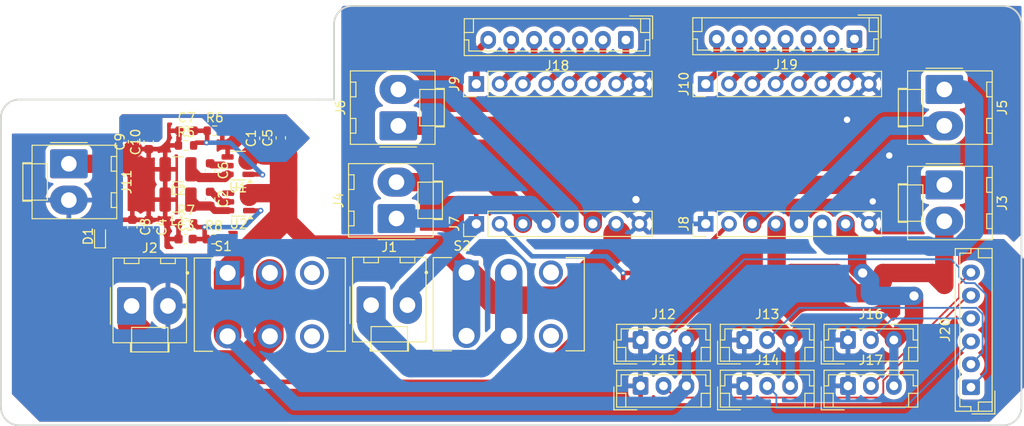
<source format=kicad_pcb>
(kicad_pcb (version 20241229) (generator "pcbnew") (generator_version "9.0")
  (layers (0 "F.Cu" signal) (2 "B.Cu" signal) (13 "F.Paste" user) (15 "B.Paste" user) (5 "F.SilkS" user "F.Silkscreen") (7 "B.SilkS" user "B.Silkscreen") (1 "F.Mask" user) (3 "B.Mask" user) (25 "Edge.Cuts" user))
  (net 0 "")
  (net 1 "+6.6V")
  (net 2 "GND")
  (net 3 "Net-(U2-SW)")
  (net 4 "Net-(U2-BST)")
  (net 5 "+5.3V")
  (net 6 "Net-(U2-FB)")
  (net 7 "Net-(U1-SW)")
  (net 8 "Net-(U1-BST)")
  (net 9 "Net-(U1-FB)")
  (net 10 "MGND")
  (net 11 "Net-(J1-Pin_1)")
  (net 12 "Net-(J2-Pin_1)")
  (net 13 "/AO1")
  (net 14 "/AO2")
  (net 15 "/AO1_1")
  (net 16 "/AO2_1")
  (net 17 "/BO2")
  (net 18 "/BO1")
  (net 19 "/BO2_1")
  (net 20 "/BO1_1")
  (net 21 "/AIN1_1")
  (net 22 "/AIN2_1")
  (net 23 "/PWMB_1")
  (net 24 "/BIN1_1")
  (net 25 "/STBY_1")
  (net 26 "/PWMA_1")
  (net 27 "/BIN2_1")
  (net 28 "/AIN1")
  (net 29 "/AIN2")
  (net 30 "/PWMA")
  (net 31 "/BIN1")
  (net 32 "/BIN2")
  (net 33 "/PWMB")
  (net 34 "/STBY")
  (net 35 "/KRS1")
  (net 36 "/KRS2")
  (net 37 "/L1")
  (net 38 "/L3")
  (net 39 "/L2")
  (net 40 "/L4")
  (net 45 "Net-(D1-K)")
  (footprint "Connector_JST:JST_EH_B3B-EH-A_1x03_P2.50mm_Vertical" (layer "F.Cu") (at 207.2 128.9)
    (property "Reference" "J14" (at 2.5 -2.8 0) (layer "F.SilkS"))
    (property "Value" "Conn_01x03")
    (pad "1" thru_hole roundrect (at 0 0) (size 1.7 1.95) (drill 0.95) (layers "*.Cu" "*.Mask") (roundrect_rratio 0.147059) (net 2 "GND"))
    (pad "2" thru_hole oval (at 2.5 0) (size 1.7 1.95) (drill 0.95) (layers "*.Cu" "*.Mask") (net 37 "/L1"))
    (pad "3" thru_hole oval (at 5 0) (size 1.7 1.95) (drill 0.95) (layers "*.Cu" "*.Mask") (net 1 "+6.6V"))
  )
  (footprint "Connector_Molex:Molex_KK-396_A-41791-0002_1x02_P3.96mm_Vertical" (layer "F.Cu") (at 229 96.6 -90)
    (property "Reference" "J5" (at 1.98 -6.31 90) (layer "F.SilkS"))
    (property "Value" "Conn_01x02")
    (pad "1" thru_hole roundrect (at 0 0 270) (size 3.16 4.1) (drill 1.7) (layers "*.Cu" "*.Mask") (roundrect_rratio 0.079114) (net 18 "/BO1"))
    (pad "2" thru_hole oval (at 3.96 0 270) (size 3.16 4.1) (drill 1.7) (layers "*.Cu" "*.Mask") (net 17 "/BO2"))
  )
  (footprint "Capacitor_SMD:C_0603_1608Metric" (layer "F.Cu") (at 142.3 102.325 90)
    (property "Reference" "C10" (at 0 -1.43 90) (layer "F.SilkS"))
    (property "Value" "22uF")
    (pad "1" smd roundrect (at -0.775 0 90) (size 0.9 0.95) (layers "F.Cu" "F.Mask" "F.Paste") (net 5 "+5.3V"))
    (pad "2" smd roundrect (at 0.775 0 90) (size 0.9 0.95) (layers "F.Cu" "F.Mask" "F.Paste") (net 2 "GND"))
  )
  (footprint "Connector_PinHeader_2.54mm:PinHeader_1x08_P2.54mm_Vertical" (layer "F.Cu") (at 203 96 90)
    (property "Reference" "J10" (at 0 -2.38 90) (layer "F.SilkS"))
    (property "Value" "Conn_01x08_Socket")
    (pad "1" thru_hole rect (at 0 0 90) (size 1.7 1.7) (drill 1) (layers "*.Cu" "*.Mask") (net 30 "/PWMA"))
    (pad "2" thru_hole circle (at 0 2.54 90) (size 1.7 1.7) (drill 1) (layers "*.Cu" "*.Mask") (net 29 "/AIN2"))
    (pad "3" thru_hole circle (at 0 5.08 90) (size 1.7 1.7) (drill 1) (layers "*.Cu" "*.Mask") (net 28 "/AIN1"))
    (pad "4" thru_hole circle (at 0 7.62 90) (size 1.7 1.7) (drill 1) (layers "*.Cu" "*.Mask") (net 34 "/STBY"))
    (pad "5" thru_hole circle (at 0 10.16 90) (size 1.7 1.7) (drill 1) (layers "*.Cu" "*.Mask") (net 31 "/BIN1"))
    (pad "6" thru_hole circle (at 0 12.7 90) (size 1.7 1.7) (drill 1) (layers "*.Cu" "*.Mask") (net 32 "/BIN2"))
    (pad "7" thru_hole circle (at 0 15.24 90) (size 1.7 1.7) (drill 1) (layers "*.Cu" "*.Mask") (net 33 "/PWMB"))
    (pad "8" thru_hole circle (at 0 17.78 90) (size 1.7 1.7) (drill 1) (layers "*.Cu" "*.Mask") (net 10 "MGND"))
  )
  (footprint "Capacitor_SMD:C_0603_1608Metric" (layer "F.Cu") (at 154.9 101.925 90)
    (property "Reference" "C1" (at 0 -1.43 90) (layer "F.SilkS"))
    (property "Value" "10uF")
    (pad "1" smd roundrect (at -0.775 0 90) (size 0.9 0.95) (layers "F.Cu" "F.Mask" "F.Paste") (net 1 "+6.6V"))
    (pad "2" smd roundrect (at 0.775 0 90) (size 0.9 0.95) (layers "F.Cu" "F.Mask" "F.Paste") (net 2 "GND"))
  )
  (footprint "Package_TO_SOT_SMD:TSOT-23-6" (layer "F.Cu") (at 152.1 108.85 180)
    (property "Reference" "U2" (at 0 -2.4 0) (layer "F.SilkS"))
    (property "Value" "AP63201WU")
    (pad "1" smd roundrect (at -1.1375 -0.95 180) (size 1.325 0.6) (layers "F.Cu" "F.Mask" "F.Paste") (net 6 "Net-(U2-FB)"))
    (pad "2" smd roundrect (at -1.1375 0 180) (size 1.325 0.6) (layers "F.Cu" "F.Mask" "F.Paste") (net 1 "+6.6V"))
    (pad "3" smd roundrect (at -1.1375 0.95 180) (size 1.325 0.6) (layers "F.Cu" "F.Mask" "F.Paste") (net 1 "+6.6V"))
    (pad "4" smd roundrect (at 1.1375 0.95 180) (size 1.325 0.6) (layers "F.Cu" "F.Mask" "F.Paste") (net 2 "GND"))
    (pad "5" smd roundrect (at 1.1375 0 180) (size 1.325 0.6) (layers "F.Cu" "F.Mask" "F.Paste") (net 3 "Net-(U2-SW)"))
    (pad "6" smd roundrect (at 1.1375 -0.95 180) (size 1.325 0.6) (layers "F.Cu" "F.Mask" "F.Paste") (net 4 "Net-(U2-BST)"))
  )
  (footprint "Connector_JST:JST_EH_B3B-EH-A_1x03_P2.50mm_Vertical" (layer "F.Cu") (at 195.9 123.9)
    (property "Reference" "J12" (at 2.5 -2.8 0) (layer "F.SilkS"))
    (property "Value" "Conn_01x03")
    (pad "1" thru_hole roundrect (at 0 0) (size 1.7 1.95) (drill 0.95) (layers "*.Cu" "*.Mask") (roundrect_rratio 0.147059) (net 2 "GND"))
    (pad "2" thru_hole oval (at 2.5 0) (size 1.7 1.95) (drill 0.95) (layers "*.Cu" "*.Mask") (net 35 "/KRS1"))
    (pad "3" thru_hole oval (at 5 0) (size 1.7 1.95) (drill 0.95) (layers "*.Cu" "*.Mask") (net 1 "+6.6V"))
  )
  (footprint "Capacitor_SMD:C_0603_1608Metric" (layer "F.Cu") (at 142.3 111.6 -90)
    (property "Reference" "C4" (at 0 -1.43 90) (layer "F.SilkS"))
    (property "Value" "22uF")
    (pad "1" smd roundrect (at -0.775 0 270) (size 0.9 0.95) (layers "F.Cu" "F.Mask" "F.Paste") (net 5 "+5.3V"))
    (pad "2" smd roundrect (at 0.775 0 270) (size 0.9 0.95) (layers "F.Cu" "F.Mask" "F.Paste") (net 2 "GND"))
  )
  (footprint "Connector_JST:JST_EH_B6B-EH-A_1x06_P2.50mm_Vertical" (layer "F.Cu") (at 231.9 129.05 90)
    (property "Reference" "J20" (at 6.25 -2.8 90) (layer "F.SilkS"))
    (property "Value" "Conn_01x06")
    (pad "1" thru_hole roundrect (at 0 0 90) (size 1.7 1.95) (drill 0.95) (layers "*.Cu" "*.Mask") (roundrect_rratio 0.147059) (net 35 "/KRS1"))
    (pad "2" thru_hole oval (at 2.5 0 90) (size 1.7 1.95) (drill 0.95) (layers "*.Cu" "*.Mask") (net 36 "/KRS2"))
    (pad "3" thru_hole oval (at 5 0 90) (size 1.7 1.95) (drill 0.95) (layers "*.Cu" "*.Mask") (net 37 "/L1"))
    (pad "4" thru_hole oval (at 7.5 0 90) (size 1.7 1.95) (drill 0.95) (layers "*.Cu" "*.Mask") (net 39 "/L2"))
    (pad "5" thru_hole oval (at 10 0 90) (size 1.7 1.95) (drill 0.95) (layers "*.Cu" "*.Mask") (net 38 "/L3"))
    (pad "6" thru_hole oval (at 12.5 0 90) (size 1.7 1.95) (drill 0.95) (layers "*.Cu" "*.Mask") (net 40 "/L4"))
  )
  (footprint "Resistor_SMD:R_0603_1608Metric" (layer "F.Cu") (at 146.375 102.7)
    (property "Reference" "R5" (at 0 -1.43 0) (layer "F.SilkS"))
    (property "Value" "169k")
    (pad "1" smd roundrect (at -0.825 0) (size 0.8 0.95) (layers "F.Cu" "F.Mask" "F.Paste") (net 5 "+5.3V"))
    (pad "2" smd roundrect (at 0.825 0) (size 0.8 0.95) (layers "F.Cu" "F.Mask" "F.Paste") (net 9 "Net-(U1-FB)"))
  )
  (footprint "Capacitor_SMD:C_0603_1608Metric" (layer "F.Cu") (at 149 105.425 -90)
    (property "Reference" "C6" (at 0 -1.43 90) (layer "F.SilkS"))
    (property "Value" "100nF")
    (pad "1" smd roundrect (at -0.775 0 270) (size 0.9 0.95) (layers "F.Cu" "F.Mask" "F.Paste") (net 7 "Net-(U1-SW)"))
    (pad "2" smd roundrect (at 0.775 0 270) (size 0.9 0.95) (layers "F.Cu" "F.Mask" "F.Paste") (net 8 "Net-(U1-BST)"))
  )
  (footprint "Package_TO_SOT_SMD:TSOT-23-6" (layer "F.Cu") (at 152.0375 104.9 180)
    (property "Reference" "U1" (at 0 -2.4 0) (layer "F.SilkS"))
    (property "Value" "AP63201WU")
    (pad "1" smd roundrect (at -1.1375 -0.95 180) (size 1.325 0.6) (layers "F.Cu" "F.Mask" "F.Paste") (net 9 "Net-(U1-FB)"))
    (pad "2" smd roundrect (at -1.1375 0 180) (size 1.325 0.6) (layers "F.Cu" "F.Mask" "F.Paste") (net 1 "+6.6V"))
    (pad "3" smd roundrect (at -1.1375 0.95 180) (size 1.325 0.6) (layers "F.Cu" "F.Mask" "F.Paste") (net 1 "+6.6V"))
    (pad "4" smd roundrect (at 1.1375 0.95 180) (size 1.325 0.6) (layers "F.Cu" "F.Mask" "F.Paste") (net 2 "GND"))
    (pad "5" smd roundrect (at 1.1375 0 180) (size 1.325 0.6) (layers "F.Cu" "F.Mask" "F.Paste") (net 7 "Net-(U1-SW)"))
    (pad "6" smd roundrect (at 1.1375 -0.95 180) (size 1.325 0.6) (layers "F.Cu" "F.Mask" "F.Paste") (net 8 "Net-(U1-BST)"))
  )
  (footprint "Capacitor_SMD:C_0603_1608Metric" (layer "F.Cu") (at 140.52 111.575 -90)
    (property "Reference" "C8" (at 0 -1.43 90) (layer "F.SilkS"))
    (property "Value" "22uF")
    (pad "1" smd roundrect (at -0.775 0 270) (size 0.9 0.95) (layers "F.Cu" "F.Mask" "F.Paste") (net 5 "+5.3V"))
    (pad "2" smd roundrect (at 0.775 0 270) (size 0.9 0.95) (layers "F.Cu" "F.Mask" "F.Paste") (net 2 "GND"))
  )
  (footprint "Connector_JST:JST_EH_B3B-EH-A_1x03_P2.50mm_Vertical" (layer "F.Cu") (at 195.9 128.9)
    (property "Reference" "J15" (at 2.5 -2.8 0) (layer "F.SilkS"))
    (property "Value" "Conn_01x03")
    (pad "1" thru_hole roundrect (at 0 0) (size 1.7 1.95) (drill 0.95) (layers "*.Cu" "*.Mask") (roundrect_rratio 0.147059) (net 2 "GND"))
    (pad "2" thru_hole oval (at 2.5 0) (size 1.7 1.95) (drill 0.95) (layers "*.Cu" "*.Mask") (net 38 "/L3"))
    (pad "3" thru_hole oval (at 5 0) (size 1.7 1.95) (drill 0.95) (layers "*.Cu" "*.Mask") (net 1 "+6.6V"))
  )
  (footprint "Connector_Molex:Molex_KK-396_A-41791-0002_1x02_P3.96mm_Vertical" (layer "F.Cu") (at 166.54 120.1)
    (property "Reference" "J1" (at 1.98 -6.31 0) (layer "F.SilkS"))
    (property "Value" "Conn_01x02")
    (pad "1" thru_hole roundrect (at 0 0) (size 3.16 4.1) (drill 1.7) (layers "*.Cu" "*.Mask") (roundrect_rratio 0.079114) (net 11 "Net-(J1-Pin_1)"))
    (pad "2" thru_hole oval (at 3.96 0) (size 3.16 4.1) (drill 1.7) (layers "*.Cu" "*.Mask") (net 10 "MGND"))
  )
  (footprint "GF_126_0159:SW_GF-126-0159" (layer "F.Cu") (at 181.5375 120)
    (property "Reference" "S2" (at -5.08 -6.35 0) (layer "F.SilkS"))
    (property "Value" "GF-126-0159")
    (pad "1" thru_hole rect (at -4.6 -3.455) (size 2.625 2.625) (drill 1.75) (layers "*.Cu" "*.Mask") (net 1 "+6.6V"))
    (pad "2" thru_hole circle (at 0 -3.455) (size 2.625 2.625) (drill 1.75) (layers "*.Cu" "*.Mask") (net 11 "Net-(J1-Pin_1)"))
    (pad "3" thru_hole circle (at 4.6 -3.455) (size 2.625 2.625) (drill 1.75) (layers "*.Cu" "*.Mask"))
    (pad "4" thru_hole circle (at -4.6 3.455) (size 2.625 2.625) (drill 1.75) (layers "*.Cu" "*.Mask") (net 1 "+6.6V"))
    (pad "5" thru_hole circle (at 0 3.455) (size 2.625 2.625) (drill 1.75) (layers "*.Cu" "*.Mask") (net 11 "Net-(J1-Pin_1)"))
    (pad "6" thru_hole circle (at 4.6 3.455) (size 2.625 2.625) (drill 1.75) (layers "*.Cu" "*.Mask"))
  )
  (footprint "Capacitor_SMD:C_0603_1608Metric" (layer "F.Cu") (at 146.325 112.9)
    (property "Reference" "C3" (at 0 -1.43 0) (layer "F.SilkS"))
    (property "Value" "100pF")
    (pad "1" smd roundrect (at -0.775 0) (size 0.9 0.95) (layers "F.Cu" "F.Mask" "F.Paste") (net 5 "+5.3V"))
    (pad "2" smd roundrect (at 0.775 0) (size 0.9 0.95) (layers "F.Cu" "F.Mask" "F.Paste") (net 6 "Net-(U2-FB)"))
  )
  (footprint "Connector_PinHeader_2.54mm:PinHeader_1x08_P2.54mm_Vertical" (layer "F.Cu") (at 203 111.24 90)
    (property "Reference" "J8" (at 0 -2.38 90) (layer "F.SilkS"))
    (property "Value" "Conn_01x08_Socket")
    (pad "1" thru_hole rect (at 0 0 90) (size 1.7 1.7) (drill 1) (layers "*.Cu" "*.Mask") (net 10 "MGND"))
    (pad "2" thru_hole circle (at 0 2.54 90) (size 1.7 1.7) (drill 1) (layers "*.Cu" "*.Mask") (net 45 "Net-(D1-K)"))
    (pad "3" thru_hole circle (at 0 5.08 90) (size 1.7 1.7) (drill 1) (layers "*.Cu" "*.Mask") (net 13 "/AO1"))
    (pad "4" thru_hole circle (at 0 7.62 90) (size 1.7 1.7) (drill 1) (layers "*.Cu" "*.Mask") (net 14 "/AO2"))
    (pad "5" thru_hole circle (at 0 10.16 90) (size 1.7 1.7) (drill 1) (layers "*.Cu" "*.Mask") (net 17 "/BO2"))
    (pad "6" thru_hole circle (at 0 12.7 90) (size 1.7 1.7) (drill 1) (layers "*.Cu" "*.Mask") (net 18 "/BO1"))
    (pad "7" thru_hole circle (at 0 15.24 90) (size 1.7 1.7) (drill 1) (layers "*.Cu" "*.Mask") (net 1 "+6.6V"))
    (pad "8" thru_hole circle (at 0 17.78 90) (size 1.7 1.7) (drill 1) (layers "*.Cu" "*.Mask") (net 10 "MGND"))
  )
  (footprint "Resistor_SMD:R_0603_1608Metric" (layer "F.Cu") (at 146.375 111.2)
    (property "Reference" "R7" (at 0 -1.43 0) (layer "F.SilkS"))
    (property "Value" "169k")
    (pad "1" smd roundrect (at -0.825 0) (size 0.8 0.95) (layers "F.Cu" "F.Mask" "F.Paste") (net 5 "+5.3V"))
    (pad "2" smd roundrect (at 0.825 0) (size 0.8 0.95) (layers "F.Cu" "F.Mask" "F.Paste") (net 6 "Net-(U2-FB)"))
  )
  (footprint "Connector_JST:JST_EH_B3B-EH-A_1x03_P2.50mm_Vertical" (layer "F.Cu") (at 218.5 123.9)
    (property "Reference" "J16" (at 2.5 -2.8 0) (layer "F.SilkS"))
    (property "Value" "Conn_01x03")
    (pad "1" thru_hole roundrect (at 0 0) (size 1.7 1.95) (drill 0.95) (layers "*.Cu" "*.Mask") (roundrect_rratio 0.147059) (net 2 "GND"))
    (pad "2" thru_hole oval (at 2.5 0) (size 1.7 1.95) (drill 0.95) (layers "*.Cu" "*.Mask") (net 39 "/L2"))
    (pad "3" thru_hole oval (at 5 0) (size 1.7 1.95) (drill 0.95) (layers "*.Cu" "*.Mask") (net 1 "+6.6V"))
  )
  (footprint "Resistor_SMD:R_0603_1608Metric" (layer "F.Cu") (at 149.4 112.9)
    (property "Reference" "R8" (at 0 -1.43 0) (layer "F.SilkS"))
    (property "Value" "30k")
    (pad "1" smd roundrect (at -0.825 0) (size 0.8 0.95) (layers "F.Cu" "F.Mask" "F.Paste") (net 6 "Net-(U2-FB)"))
    (pad "2" smd roundrect (at 0.825 0) (size 0.8 0.95) (layers "F.Cu" "F.Mask" "F.Paste") (net 2 "GND"))
  )
  (footprint "Capacitor_SMD:C_0603_1608Metric" (layer "F.Cu") (at 156.7 101.875 90)
    (property "Reference" "C5" (at 0 -1.43 90) (layer "F.SilkS"))
    (property "Value" "10uF")
    (pad "1" smd roundrect (at -0.775 0 90) (size 0.9 0.95) (layers "F.Cu" "F.Mask" "F.Paste") (net 1 "+6.6V"))
    (pad "2" smd roundrect (at 0.775 0 90) (size 0.9 0.95) (layers "F.Cu" "F.Mask" "F.Paste") (net 2 "GND"))
  )
  (footprint "Connector_Molex:Molex_KK-396_A-41791-0002_1x02_P3.96mm_Vertical" (layer "F.Cu") (at 169.5 100.56 90)
    (property "Reference" "J6" (at 1.98 -6.31 90) (layer "F.SilkS"))
    (property "Value" "Conn_01x02")
    (pad "1" thru_hole roundrect (at 0 0 90) (size 3.16 4.1) (drill 1.7) (layers "*.Cu" "*.Mask") (roundrect_rratio 0.079114) (net 20 "/BO1_1"))
    (pad "2" thru_hole oval (at 3.96 0 90) (size 3.16 4.1) (drill 1.7) (layers "*.Cu" "*.Mask") (net 19 "/BO2_1"))
  )
  (footprint "Inductor_SMD:L_1210_3225Metric" (layer "F.Cu") (at 145.5 105.3 180)
    (property "Reference" "L2" (at 0 -2.28 0) (layer "F.SilkS"))
    (property "Value" "10uH")
    (pad "1" smd roundrect (at -1.4 0 180) (size 1.25 2.65) (layers "F.Cu" "F.Mask" "F.Paste") (roundrect_rratio 0.2) (net 8 "Net-(U1-BST)"))
    (pad "2" smd roundrect (at 1.4 0 180) (size 1.25 2.65) (layers "F.Cu" "F.Mask" "F.Paste") (roundrect_rratio 0.2) (net 5 "+5.3V"))
  )
  (footprint "Connector_JST:JST_EH_B3B-EH-A_1x03_P2.50mm_Vertical" (layer "F.Cu") (at 218.5 128.9)
    (property "Reference" "J17" (at 2.5 -2.8 0) (layer "F.SilkS"))
    (property "Value" "Conn_01x03")
    (pad "1" thru_hole roundrect (at 0 0) (size 1.7 1.95) (drill 0.95) (layers "*.Cu" "*.Mask") (roundrect_rratio 0.147059) (net 2 "GND"))
    (pad "2" thru_hole oval (at 2.5 0) (size 1.7 1.95) (drill 0.95) (layers "*.Cu" "*.Mask") (net 40 "/L4"))
    (pad "3" thru_hole oval (at 5 0) (size 1.7 1.95) (drill 0.95) (layers "*.Cu" "*.Mask") (net 1 "+6.6V"))
  )
  (footprint "Resistor_SMD:R_0603_1608Metric" (layer "F.Cu") (at 149.5 101.1)
    (property "Reference" "R6" (at 0 -1.43 0) (layer "F.SilkS"))
    (property "Value" "30k")
    (pad "1" smd roundrect (at -0.825 0) (size 0.8 0.95) (layers "F.Cu" "F.Mask" "F.Paste") (net 9 "Net-(U1-FB)"))
    (pad "2" smd roundrect (at 0.825 0) (size 0.8 0.95) (layers "F.Cu" "F.Mask" "F.Paste") (net 2 "GND"))
  )
  (footprint "Inductor_SMD:L_1210_3225Metric" (layer "F.Cu") (at 145.5 108.6 180)
    (property "Reference" "L1" (at 0 -2.28 0) (layer "F.SilkS"))
    (property "Value" "10uH")
    (pad "1" smd roundrect (at -1.4 0 180) (size 1.25 2.65) (layers "F.Cu" "F.Mask" "F.Paste") (roundrect_rratio 0.2) (net 4 "Net-(U2-BST)"))
    (pad "2" smd roundrect (at 1.4 0 180) (size 1.25 2.65) (layers "F.Cu" "F.Mask" "F.Paste") (roundrect_rratio 0.2) (net 5 "+5.3V"))
  )
  (footprint "Connector_Molex:Molex_KK-396_A-41791-0002_1x02_P3.96mm_Vertical" (layer "F.Cu") (at 133.6 104.7 -90)
    (property "Reference" "J11" (at 1.98 -6.31 90) (layer "F.SilkS"))
    (property "Value" "Conn_01x02")
    (pad "1" thru_hole roundrect (at 0 0 270) (size 3.16 4.1) (drill 1.7) (layers "*.Cu" "*.Mask") (roundrect_rratio 0.079114) (net 5 "+5.3V"))
    (pad "2" thru_hole oval (at 3.96 0 270) (size 3.16 4.1) (drill 1.7) (layers "*.Cu" "*.Mask") (net 2 "GND"))
  )
  (footprint "Diode_SMD:D_SOD-523" (layer "F.Cu") (at 137 112.6 90)
    (property "Reference" "D1" (at 0 -1.3 90) (layer "F.SilkS"))
    (property "Value" "1N4148WT")
    (pad "1" smd roundrect (at -0.7 0 270) (size 0.6 0.7) (layers "F.Cu" "F.Mask" "F.Paste") (net 45 "Net-(D1-K)"))
    (pad "2" smd roundrect (at 0.7 0 270) (size 0.6 0.7) (layers "F.Cu" "F.Mask" "F.Paste") (net 5 "+5.3V"))
  )
  (footprint "Capacitor_SMD:C_0603_1608Metric" (layer "F.Cu") (at 146.425 101.1)
    (property "Reference" "C7" (at 0 -1.43 0) (layer "F.SilkS"))
    (property "Value" "100pF")
    (pad "1" smd roundrect (at -0.775 0) (size 0.9 0.95) (layers "F.Cu" "F.Mask" "F.Paste") (net 5 "+5.3V"))
    (pad "2" smd roundrect (at 0.775 0) (size 0.9 0.95) (layers "F.Cu" "F.Mask" "F.Paste") (net 9 "Net-(U1-FB)"))
  )
  (footprint "Connector_PinHeader_2.54mm:PinHeader_1x08_P2.54mm_Vertical" (layer "F.Cu") (at 178 96 90)
    (property "Reference" "J9" (at 0 -2.38 90) (layer "F.SilkS"))
    (property "Value" "Conn_01x08_Socket")
    (pad "1" thru_hole rect (at 0 0 90) (size 1.7 1.7) (drill 1) (layers "*.Cu" "*.Mask") (net 26 "/PWMA_1"))
    (pad "2" thru_hole circle (at 0 2.54 90) (size 1.7 1.7) (drill 1) (layers "*.Cu" "*.Mask") (net 22 "/AIN2_1"))
    (pad "3" thru_hole circle (at 0 5.08 90) (size 1.7 1.7) (drill 1) (layers "*.Cu" "*.Mask") (net 21 "/AIN1_1"))
    (pad "4" thru_hole circle (at 0 7.62 90) (size 1.7 1.7) (drill 1) (layers "*.Cu" "*.Mask") (net 25 "/STBY_1"))
    (pad "5" thru_hole circle (at 0 10.16 90) (size 1.7 1.7) (drill 1) (layers "*.Cu" "*.Mask") (net 24 "/BIN1_1"))
    (pad "6" thru_hole circle (at 0 12.7 90) (size 1.7 1.7) (drill 1) (layers "*.Cu" "*.Mask") (net 27 "/BIN2_1"))
    (pad "7" thru_hole circle (at 0 15.24 90) (size 1.7 1.7) (drill 1) (layers "*.Cu" "*.Mask") (net 23 "/PWMB_1"))
    (pad "8" thru_hole circle (at 0 17.78 90) (size 1.7 1.7) (drill 1) (layers "*.Cu" "*.Mask") (net 10 "MGND"))
  )
  (footprint "GF_126_0159:SW_GF-126-0159" (layer "F.Cu") (at 155.5 120.045)
    (property "Reference" "S1" (at -5.08 -6.35 0) (layer "F.SilkS"))
    (property "Value" "GF-126-0159")
    (pad "1" thru_hole rect (at -4.6 -3.455) (size 2.625 2.625) (drill 1.75) (layers "*.Cu" "*.Mask") (net 1 "+6.6V"))
    (pad "2" thru_hole circle (at 0 -3.455) (size 2.625 2.625) (drill 1.75) (layers "*.Cu" "*.Mask") (net 12 "Net-(J2-Pin_1)"))
    (pad "3" thru_hole circle (at 4.6 -3.455) (size 2.625 2.625) (drill 1.75) (layers "*.Cu" "*.Mask"))
    (pad "4" thru_hole circle (at -4.6 3.455) (size 2.625 2.625) (drill 1.75) (layers "*.Cu" "*.Mask") (net 1 "+6.6V"))
    (pad "5" thru_hole circle (at 0 3.455) (size 2.625 2.625) (drill 1.75) (layers "*.Cu" "*.Mask") (net 12 "Net-(J2-Pin_1)"))
    (pad "6" thru_hole circle (at 4.6 3.455) (size 2.625 2.625) (drill 1.75) (layers "*.Cu" "*.Mask"))
  )
  (footprint "Connector_PinHeader_2.54mm:PinHeader_1x08_P2.54mm_Vertical" (layer "F.Cu") (at 178 111.24 90)
    (property "Reference" "J7" (at 0 -2.38 90) (layer "F.SilkS"))
    (property "Value" "Conn_01x08_Socket")
    (pad "1" thru_hole rect (at 0 0 90) (size 1.7 1.7) (drill 1) (layers "*.Cu" "*.Mask") (net 10 "MGND"))
    (pad "2" thru_hole circle (at 0 2.54 90) (size 1.7 1.7) (drill 1) (layers "*.Cu" "*.Mask") (net 45 "Net-(D1-K)"))
    (pad "3" thru_hole circle (at 0 5.08 90) (size 1.7 1.7) (drill 1) (layers "*.Cu" "*.Mask") (net 15 "/AO1_1"))
    (pad "4" thru_hole circle (at 0 7.62 90) (size 1.7 1.7) (drill 1) (layers "*.Cu" "*.Mask") (net 16 "/AO2_1"))
    (pad "5" thru_hole circle (at 0 10.16 90) (size 1.7 1.7) (drill 1) (layers "*.Cu" "*.Mask") (net 19 "/BO2_1"))
    (pad "6" thru_hole circle (at 0 12.7 90) (size 1.7 1.7) (drill 1) (layers "*.Cu" "*.Mask") (net 20 "/BO1_1"))
    (pad "7" thru_hole circle (at 0 15.24 90) (size 1.7 1.7) (drill 1) (layers "*.Cu" "*.Mask") (net 1 "+6.6V"))
    (pad "8" thru_hole circle (at 0 17.78 90) (size 1.7 1.7) (drill 1) (layers "*.Cu" "*.Mask") (net 10 "MGND"))
  )
  (footprint "Connector_JST:JST_EH_B3B-EH-A_1x03_P2.50mm_Vertical" (layer "F.Cu") (at 207.2 123.9)
    (property "Reference" "J13" (at 2.5 -2.8 0) (layer "F.SilkS"))
    (property "Value" "Conn_01x03")
    (pad "1" thru_hole roundrect (at 0 0) (size 1.7 1.95) (drill 0.95) (layers "*.Cu" "*.Mask") (roundrect_rratio 0.147059) (net 2 "GND"))
    (pad "2" thru_hole oval (at 2.5 0) (size 1.7 1.95) (drill 0.95) (layers "*.Cu" "*.Mask") (net 36 "/KRS2"))
    (pad "3" thru_hole oval (at 5 0) (size 1.7 1.95) (drill 0.95) (layers "*.Cu" "*.Mask") (net 1 "+6.6V"))
  )
  (footprint "Connector_JST:JST_EH_B7B-EH-A_1x07_P2.50mm_Vertical" (layer "F.Cu") (at 194.3 91.2 180)
    (property "Reference" "J18" (at 7.5 -2.8 0) (layer "F.SilkS"))
    (property "Value" "Conn_01x07")
    (pad "1" thru_hole roundrect (at 0 0 180) (size 1.7 1.95) (drill 0.95) (layers "*.Cu" "*.Mask") (roundrect_rratio 0.147059) (net 23 "/PWMB_1"))
    (pad "2" thru_hole oval (at 2.5 0 180) (size 1.7 1.95) (drill 0.95) (layers "*.Cu" "*.Mask") (net 27 "/BIN2_1"))
    (pad "3" thru_hole oval (at 5 0 180) (size 1.7 1.95) (drill 0.95) (layers "*.Cu" "*.Mask") (net 24 "/BIN1_1"))
    (pad "4" thru_hole oval (at 7.5 0 180) (size 1.7 1.95) (drill 0.95) (layers "*.Cu" "*.Mask") (net 25 "/STBY_1"))
    (pad "5" thru_hole oval (at 10 0 180) (size 1.7 1.95) (drill 0.95) (layers "*.Cu" "*.Mask") (net 21 "/AIN1_1"))
    (pad "6" thru_hole oval (at 12.5 0 180) (size 1.7 1.95) (drill 0.95) (layers "*.Cu" "*.Mask") (net 22 "/AIN2_1"))
    (pad "7" thru_hole oval (at 15 0 180) (size 1.7 1.95) (drill 0.95) (layers "*.Cu" "*.Mask") (net 26 "/PWMA_1"))
  )
  (footprint "Capacitor_SMD:C_0603_1608Metric" (layer "F.Cu") (at 140.6 102.3 90)
    (property "Reference" "C9" (at 0 -1.43 90) (layer "F.SilkS"))
    (property "Value" "22uF")
    (pad "1" smd roundrect (at -0.775 0 90) (size 0.9 0.95) (layers "F.Cu" "F.Mask" "F.Paste") (net 5 "+5.3V"))
    (pad "2" smd roundrect (at 0.775 0 90) (size 0.9 0.95) (layers "F.Cu" "F.Mask" "F.Paste") (net 2 "GND"))
  )
  (footprint "Connector_Molex:Molex_KK-396_A-41791-0002_1x02_P3.96mm_Vertical" (layer "F.Cu") (at 229 107 -90)
    (property "Reference" "J3" (at 1.98 -6.31 90) (layer "F.SilkS"))
    (property "Value" "Conn_01x02")
    (pad "1" thru_hole roundrect (at 0 0 270) (size 3.16 4.1) (drill 1.7) (layers "*.Cu" "*.Mask") (roundrect_rratio 0.079114) (net 13 "/AO1"))
    (pad "2" thru_hole oval (at 3.96 0 270) (size 3.16 4.1) (drill 1.7) (layers "*.Cu" "*.Mask") (net 14 "/AO2"))
  )
  (footprint "Connector_JST:JST_EH_B7B-EH-A_1x07_P2.50mm_Vertical" (layer "F.Cu") (at 219.2 91.1 180)
    (property "Reference" "J19" (at 7.5 -2.8 0) (layer "F.SilkS"))
    (property "Value" "Conn_01x07")
    (pad "1" thru_hole roundrect (at 0 0 180) (size 1.7 1.95) (drill 0.95) (layers "*.Cu" "*.Mask") (roundrect_rratio 0.147059) (net 33 "/PWMB"))
    (pad "2" thru_hole oval (at 2.5 0 180) (size 1.7 1.95) (drill 0.95) (layers "*.Cu" "*.Mask") (net 32 "/BIN2"))
    (pad "3" thru_hole oval (at 5 0 180) (size 1.7 1.95) (drill 0.95) (layers "*.Cu" "*.Mask") (net 31 "/BIN1"))
    (pad "4" thru_hole oval (at 7.5 0 180) (size 1.7 1.95) (drill 0.95) (layers "*.Cu" "*.Mask") (net 34 "/STBY"))
    (pad "5" thru_hole oval (at 10 0 180) (size 1.7 1.95) (drill 0.95) (layers "*.Cu" "*.Mask") (net 28 "/AIN1"))
    (pad "6" thru_hole oval (at 12.5 0 180) (size 1.7 1.95) (drill 0.95) (layers "*.Cu" "*.Mask") (net 29 "/AIN2"))
    (pad "7" thru_hole oval (at 15 0 180) (size 1.7 1.95) (drill 0.95) (layers "*.Cu" "*.Mask") (net 30 "/PWMA"))
  )
  (footprint "Capacitor_SMD:C_0603_1608Metric" (layer "F.Cu") (at 149 108.525 -90)
    (property "Reference" "C2" (at 0 -1.43 90) (layer "F.SilkS"))
    (property "Value" "100nF")
    (pad "1" smd roundrect (at -0.775 0 270) (size 0.9 0.95) (layers "F.Cu" "F.Mask" "F.Paste") (net 3 "Net-(U2-SW)"))
    (pad "2" smd roundrect (at 0.775 0 270) (size 0.9 0.95) (layers "F.Cu" "F.Mask" "F.Paste") (net 4 "Net-(U2-BST)"))
  )
  (footprint "Connector_Molex:Molex_KK-396_A-41791-0002_1x02_P3.96mm_Vertical" (layer "F.Cu") (at 140.44 120.19)
    (property "Reference" "J2" (at 1.98 -6.31 0) (layer "F.SilkS"))
    (property "Value" "Conn_01x02")
    (pad "1" thru_hole roundrect (at 0 0) (size 3.16 4.1) (drill 1.7) (layers "*.Cu" "*.Mask") (roundrect_rratio 0.079114) (net 12 "Net-(J2-Pin_1)"))
    (pad "2" thru_hole oval (at 3.96 0) (size 3.16 4.1) (drill 1.7) (layers "*.Cu" "*.Mask") (net 2 "GND"))
  )
  (footprint "Connector_Molex:Molex_KK-396_A-41791-0002_1x02_P3.96mm_Vertical" (layer "F.Cu") (at 169.3 110.66 90)
    (property "Reference" "J4" (at 1.98 -6.31 90) (layer "F.SilkS"))
    (property "Value" "Conn_01x02")
    (pad "1" thru_hole roundrect (at 0 0 90) (size 3.16 4.1) (drill 1.7) (layers "*.Cu" "*.Mask") (roundrect_rratio 0.079114) (net 16 "/AO2_1"))
    (pad "2" thru_hole oval (at 3.96 0 90) (size 3.16 4.1) (drill 1.7) (layers "*.Cu" "*.Mask") (net 15 "/AO1_1"))
  )
  (gr_arc (start 126.2 99.7) (mid 126.785786 98.285786) (end 128.2 97.7) (stroke (width 0.2)) (layer "Edge.Cuts"))
  (gr_arc (start 162.5 89.5) (mid 163.085786 88.085786) (end 164.5 87.5) (stroke (width 0.2)) (layer "Edge.Cuts"))
  (gr_arc (start 235.4 87.5) (mid 236.814214 88.085786) (end 237.4 89.5) (stroke (width 0.2)) (layer "Edge.Cuts"))
  (gr_line (start 164.5 133.2) (end 160.5 133.2) (stroke (width 0.2)) (layer "Edge.Cuts"))
  (gr_arc (start 237.4 131.2) (mid 236.814214 132.614214) (end 235.4 133.2) (stroke (width 0.2)) (layer "Edge.Cuts"))
  (gr_line (start 162.5 89.5) (end 162.5 97.7) (stroke (width 0.2)) (layer "Edge.Cuts"))
  (gr_line (start 237.4 89.5) (end 237.4 131.2) (stroke (width 0.2)) (layer "Edge.Cuts"))
  (gr_line (start 160.5 133.2) (end 128.2 133.2) (stroke (width 0.2)) (layer "Edge.Cuts"))
  (gr_line (start 128.2 97.7) (end 160.5 97.7) (stroke (width 0.2)) (layer "Edge.Cuts"))
  (gr_line (start 160.3 97.7) (end 162.5 97.7) (stroke (width 0.2)) (layer "Edge.Cuts"))
  (gr_line (start 164.5 87.5) (end 235.4 87.5) (stroke (width 0.2)) (layer "Edge.Cuts"))
  (gr_line (start 235.4 133.2) (end 164.5 133.2) (stroke (width 0.2)) (layer "Edge.Cuts"))
  (gr_line (start 126.2 131.2) (end 126.2 99.7) (stroke (width 0.2)) (layer "Edge.Cuts"))
  (gr_arc (start 128.2 133.2) (mid 126.785786 132.614214) (end 126.2 131.2) (stroke (width 0.2)) (layer "Edge.Cuts"))
  (segment (start 153.175 104.249999) (end 153.075999 104.349) (width 2) (layer "F.Cu") (net 1))
  (segment (start 156.8 107.9) (end 153.6365 107.9) (width 2) (layer "F.Cu") (net 1))
  (segment (start 157 107.7) (end 157 103.8) (width 3) (layer "F.Cu") (net 1))
  (segment (start 176.9375 116.545) (end 179.951 119.5585) (width 3) (layer "F.Cu") (net 1))
  (segment (start 157 110.49) (end 157 107.7) (width 3) (layer "F.Cu") (net 1))
  (segment (start 193.346066 113.598167) (end 193.346066 112.413725) (width 3) (layer "F.Cu") (net 1))
  (segment (start 221.745999 121.974) (end 223.5 123.728001) (width 1.5) (layer "F.Cu") (net 1))
  (segment (start 223.5 123.728001) (end 223.5 123.9) (width 1.5) (layer "F.Cu") (net 1))
  (segment (start 153.175 103.95) (end 153.175 104.249999) (width 2) (layer "F.Cu") (net 1))
  (segment (start 156.501 103.301) (end 154.9 103.301) (width 3) (layer "F.Cu") (net 1))
  (segment (start 225.7 121.7) (end 223.5 123.9) (width 2) (layer "F.Cu") (net 1))
  (segment (start 153.075999 104.349) (end 153.175 104.349) (width 2) (layer "F.Cu") (net 1))
  (segment (start 150.9 116.59) (end 157 110.49) (width 3) (layer "F.Cu") (net 1))
  (segment (start 202.826 121.974) (end 210.445999 121.974) (width 1.5) (layer "F.Cu") (net 1))
  (segment (start 179.951 119.5585) (end 187.385733 119.5585) (width 3) (layer "F.Cu") (net 1))
  (segment (start 212.2 123.728001) (end 212.2 123.9) (width 1.5) (layer "F.Cu") (net 1))
  (segment (start 219.5 113.8) (end 219.5 116) (width 2) (layer "F.Cu") (net 1))
  (segment (start 214.126 121.974) (end 221.745999 121.974) (width 1.5) (layer "F.Cu") (net 1))
  (segment (start 157 107.7) (end 156.8 107.9) (width 2) (layer "F.Cu") (net 1))
  (segment (start 219.5 116) (end 220.1 116.6) (width 2) (layer "F.Cu") (net 1))
  (segment (start 187.385733 119.5585) (end 193.346066 113.598167) (width 3) (layer "F.Cu") (net 1))
  (segment (start 225.7 119.098) (end 225.7 121.7) (width 2) (layer "F.Cu") (net 1))
  (segment (start 157 110.49) (end 160.01 113.5) (width 2) (layer "F.Cu") (net 1))
  (segment (start 218.24 111.24) (end 218.24 112.54) (width 2) (layer "F.Cu") (net 1))
  (segment (start 210.445999 121.974) (end 212.2 123.728001) (width 1.5) (layer "F.Cu") (net 1))
  (segment (start 218.24 112.54) (end 219.5 113.8) (width 2) (layer "F.Cu") (net 1))
  (segment (start 173.8925 113.5) (end 176.9375 116.545) (width 2) (layer "F.Cu") (net 1))
  (segment (start 150.9 116.59) (end 150.9 123.3125) (width 3) (layer "F.Cu") (net 1))
  (segment (start 153.2375 108.299) (end 153.2375 107.9) (width 2) (layer "F.Cu") (net 1))
  (segment (start 212.2 123.9) (end 214.126 121.974) (width 1.5) (layer "F.Cu") (net 1))
  (segment (start 154.9 103.301) (end 153.824 103.301) (width 2) (layer "F.Cu") (net 1))
  (segment (start 200.9 123.9) (end 202.826 121.974) (width 1.5) (layer "F.Cu") (net 1))
  (segment (start 153.824 103.301) (end 153.175 103.95) (width 2) (layer "F.Cu") (net 1))
  (segment (start 157 103.8) (end 156.501 103.301) (width 3) (layer "F.Cu") (net 1))
  (segment (start 153.6365 107.9) (end 153.2375 108.299) (width 2) (layer "F.Cu") (net 1))
  (segment (start 160.01 113.5) (end 173.8925 113.5) (width 2) (layer "F.Cu") (net 1))
  (via (at 220.1 116.6) (size 1.3) (drill 1) (layers "F.Cu" "B.Cu") (net 1))
  (via (at 225.7 119.098) (size 1.3) (drill 1) (layers "F.Cu" "B.Cu") (net 1))
  (segment (start 212.2 123.9) (end 212.2 128.9) (width 1) (layer "B.Cu") (net 1))
  (segment (start 150.9 123.5) (end 158.226 130.826) (width 1.5) (layer "B.Cu") (net 1))
  (segment (start 176.9375 116.545) (end 176.9375 123.2675) (width 3) (layer "B.Cu") (net 1))
  (segment (start 223.5 123.9) (end 223.5 128.9) (width 1) (layer "B.Cu") (net 1))
  (segment (start 221.096 119.098) (end 221.4 119.098) (width 2) (layer "B.Cu") (net 1))
  (segment (start 220.898 118.9) (end 221.096 119.098) (width 2) (layer "B.Cu") (net 1))
  (segment (start 220.898 117.398) (end 220.898 118.9) (width 2) (layer "B.Cu") (net 1))
  (segment (start 221.4 119.098) (end 225.7 119.098) (width 2) (layer "B.Cu") (net 1))
  (segment (start 199.145999 130.826) (end 200.9 129.071999) (width 1.5) (layer "B.Cu") (net 1))
  (segment (start 200.9 123.9) (end 200.9 128.9) (width 1) (layer "B.Cu") (net 1))
  (segment (start 158.226 130.826) (end 199.145999 130.826) (width 1.5) (layer "B.Cu") (net 1))
  (segment (start 220.1 116.6) (end 220.898 117.398) (width 2) (layer "B.Cu") (net 1))
  (segment (start 200.9 129.071999) (end 200.9 128.9) (width 1.5) (layer "B.Cu") (net 1))
  (segment (start 150.219124 108.85) (end 149.119124 107.75) (width 0.75) (layer "F.Cu") (net 3))
  (segment (start 150.9625 108.85) (end 150.219124 108.85) (width 0.75) (layer "F.Cu") (net 3))
  (segment (start 149.119124 107.75) (end 149 107.75) (width 0.75) (layer "F.Cu") (net 3))
  (segment (start 149.5 109.8) (end 149 109.3) (width 0.75) (layer "F.Cu") (net 4))
  (segment (start 147.6 109.3) (end 146.9 108.6) (width 1) (layer "F.Cu") (net 4))
  (segment (start 150.9625 109.8) (end 149.5 109.8) (width 0.75) (layer "F.Cu") (net 4))
  (segment (start 149 109.3) (end 147.6 109.3) (width 1) (layer "F.Cu") (net 4))
  (segment (start 140.52 110.8) (end 138.1 110.8) (width 0.5) (layer "F.Cu") (net 5))
  (segment (start 138.975 104.7) (end 140.6 103.075) (width 2) (layer "F.Cu") (net 5))
  (segment (start 138.1 110.8) (end 137 111.9) (width 0.5) (layer "F.Cu") (net 5))
  (segment (start 133.6 104.7) (end 138.975 104.7) (width 2) (layer "F.Cu") (net 5))
  (segment (start 153.2375 109.8) (end 154.5 109.8) (width 0.5) (layer "F.Cu") (net 6))
  (segment (start 147.6 111.6) (end 147.2 111.2) (width 0.5) (layer "F.Cu") (net 6))
  (segment (start 148.4 111.6) (end 148.4 112.725) (width 0.5) (layer "F.Cu") (net 6))
  (segment (start 148.4 112.725) (end 148.575 112.9) (width 0.5) (layer "F.Cu") (net 6))
  (segment (start 148.4 111.6) (end 147.6 111.6) (width 0.5) (layer "F.Cu") (net 6))
  (segment (start 148.575 112.9) (end 147.1 112.9) (width 0.5) (layer "F.Cu") (net 6))
  (via (at 154.5 109.8) (size 0.6) (drill 0.3) (layers "F.Cu" "B.Cu") (net 6))
  (via (at 148.4 111.6) (size 0.6) (drill 0.3) (layers "F.Cu" "B.Cu") (net 6))
  (segment (start 154.5 109.8) (end 152.7 111.6) (width 0.5) (layer "B.Cu") (net 6))
  (segment (start 152.7 111.6) (end 148.4 111.6) (width 0.5) (layer "B.Cu") (net 6))
  (segment (start 149 104.65) (end 149.176 104.826) (width 0.75) (layer "F.Cu") (net 7))
  (segment (start 149.176 104.826) (end 150.453306 104.826) (width 0.75) (layer "F.Cu") (net 7))
  (segment (start 149 106.2) (end 150.601 106.2) (width 1) (layer "F.Cu") (net 8))
  (segment (start 147.8 106.2) (end 146.9 105.3) (width 1) (layer "F.Cu") (net 8))
  (segment (start 150.601 106.2) (end 150.9 105.901) (width 1) (layer "F.Cu") (net 8))
  (segment (start 149 106.2) (end 147.8 106.2) (width 1) (layer "F.Cu") (net 8))
  (segment (start 148.675 101.1) (end 147.2 101.1) (width 0.5) (layer "F.Cu") (net 9))
  (segment (start 148.675 102.325) (end 148.6 102.4) (width 0.5) (layer "F.Cu") (net 9))
  (segment (start 147.5 102.4) (end 147.2 102.7) (width 0.5) (layer "F.Cu") (net 9))
  (segment (start 154.65 105.85) (end 154.7 105.9) (width 0.5) (layer "F.Cu") (net 9))
  (segment (start 148.6 102.4) (end 147.5 102.4) (width 0.5) (layer "F.Cu") (net 9))
  (segment (start 153.175 105.85) (end 154.65 105.85) (width 0.5) (layer "F.Cu") (net 9))
  (segment (start 148.675 101.1) (end 148.675 102.325) (width 0.5) (layer "F.Cu") (net 9))
  (via (at 148.6 102.4) (size 0.6) (drill 0.3) (layers "F.Cu" "B.Cu") (net 9))
  (via (at 154.7 105.9) (size 0.6) (drill 0.3) (layers "F.Cu" "B.Cu") (net 9))
  (segment (start 154.7 105.9) (end 151.2 102.4) (width 0.5) (layer "B.Cu") (net 9))
  (segment (start 151.2 102.4) (end 148.6 102.4) (width 0.5) (layer "B.Cu") (net 9))
  (via (at 218.4 99.9) (size 1) (drill 0.7) (layers "F.Cu" "B.Cu") (net 10))
  (via (at 195.4 108.6) (size 1.1) (drill 0.8) (layers "F.Cu" "B.Cu") (net 10))
  (via (at 223 103.8) (size 1) (drill 0.7) (layers "F.Cu" "B.Cu") (net 10))
  (via (at 221.2 108.8) (size 1) (drill 0.7) (layers "F.Cu" "B.Cu") (net 10))
  (segment (start 170.5 118.6) (end 177.71 111.39) (width 2) (layer "B.Cu") (net 10))
  (segment (start 177.71 111.39) (end 177.85 111.39) (width 2) (layer "B.Cu") (net 10))
  (segment (start 170.5 120.1) (end 170.5 118.6) (width 2) (layer "B.Cu") (net 10))
  (segment (start 178.524 126.4685) (end 181.5375 123.455) (width 3) (layer "B.Cu") (net 11))
  (segment (start 166.54 120.1) (end 166.54 122.15) (width 3) (layer "B.Cu") (net 11))
  (segment (start 181.5375 123.455) (end 181.5375 116.545) (width 3) (layer "B.Cu") (net 11))
  (segment (start 166.54 122.15) (end 170.8585 126.4685) (width 3) (layer "B.Cu") (net 11))
  (segment (start 170.8585 126.4685) (end 178.524 126.4685) (width 3) (layer "B.Cu") (net 11))
  (segment (start 140.44 120.19) (end 140.44 122.24) (width 3) (layer "F.Cu") (net 12))
  (segment (start 144.7135 126.5135) (end 152.4865 126.5135) (width 3) (layer "F.Cu") (net 12))
  (segment (start 152.4865 126.5135) (end 155.5 123.5) (width 3) (layer "F.Cu") (net 12))
  (segment (start 140.44 122.24) (end 144.7135 126.5135) (width 3) (layer "F.Cu") (net 12))
  (segment (start 155.5 123.5) (end 155.5 116.59) (width 3) (layer "F.Cu") (net 12))
  (segment (start 211.959447 107) (end 208.08 110.879447) (width 2) (layer "F.Cu") (net 13))
  (segment (start 229 107) (end 211.959447 107) (width 2) (layer "F.Cu") (net 13))
  (segment (start 208.08 110.879447) (end 208.08 111.24) (width 2) (layer "F.Cu") (net 13))
  (segment (start 212.35213 116.6) (end 210.726065 118.226065) (width 2) (layer "F.Cu") (net 14))
  (segment (start 229 110.96) (end 229 117.9) (width 2) (layer "F.Cu") (net 14))
  (segment (start 217.299 116.911684) (end 217.299 116.6) (width 2) (layer "F.Cu") (net 14))
  (segment (start 222.301 116.6) (end 222.301 117.511684) (width 2) (layer "F.Cu") (net 14))
  (segment (start 222.301 117.511684) (end 221.011684 118.801) (width 2) (layer "F.Cu") (net 14))
  (segment (start 219.188316 118.801) (end 217.299 116.911684) (width 2) (layer "F.Cu") (net 14))
  (segment (start 227.7 116.6) (end 222.301 116.6) (width 2) (layer "F.Cu") (net 14))
  (segment (start 221.011684 118.801) (end 219.188316 118.801) (width 2) (layer "F.Cu") (net 14))
  (segment (start 217.299 116.6) (end 212.35213 116.6) (width 2) (layer "F.Cu") (net 14))
  (segment (start 210.726065 118.226065) (end 210.726065 111.346066) (width 2) (layer "F.Cu") (net 14))
  (segment (start 229 117.9) (end 227.7 116.6) (width 2) (layer "F.Cu") (net 14))
  (segment (start 169.3 106.7) (end 179.742081 106.7) (width 2) (layer "F.Cu") (net 15))
  (segment (start 183.08 110.037919) (end 183.08 111.24) (width 2) (layer "F.Cu") (net 15))
  (segment (start 179.742081 106.7) (end 183.08 110.037919) (width 2) (layer "F.Cu") (net 15))
  (segment (start 174.562 110.66) (end 176.033 109.189) (width 2) (layer "B.Cu") (net 16))
  (segment (start 176.033 109.189) (end 183.929553 109.189) (width 2) (layer "B.Cu") (net 16))
  (segment (start 169.3 110.66) (end 174.562 110.66) (width 2) (layer "B.Cu") (net 16))
  (segment (start 185.62 110.879447) (end 185.62 111.24) (width 2) (layer "B.Cu") (net 16))
  (segment (start 183.929553 109.189) (end 185.62 110.879447) (width 2) (layer "B.Cu") (net 16))
  (segment (start 213.16 110.037919) (end 213.16 111.24) (width 2) (layer "B.Cu") (net 17))
  (segment (start 222.637919 100.56) (end 213.16 110.037919) (width 2) (layer "B.Cu") (net 17))
  (segment (start 229 100.56) (end 222.637919 100.56) (width 2) (layer "B.Cu") (net 17))
  (segment (start 216.5 113.6) (end 215.7 112.8) (width 2) (layer "B.Cu") (net 18))
  (segment (start 230.621928 113.741) (end 227.378072 113.741) (width 2) (layer "B.Cu") (net 18))
  (segment (start 215.7 112.8) (end 215.7 111.24) (width 2) (layer "B.Cu") (net 18))
  (segment (start 231.05 96.6) (end 232.251 97.801) (width 2) (layer "B.Cu") (net 18))
  (segment (start 227.237072 113.6) (end 216.5 113.6) (width 2) (layer "B.Cu") (net 18))
  (segment (start 232.251 97.801) (end 232.251 112.111928) (width 2) (layer "B.Cu") (net 18))
  (segment (start 229 96.6) (end 231.05 96.6) (width 2) (layer "B.Cu") (net 18))
  (segment (start 227.378072 113.741) (end 227.237072 113.6) (width 2) (layer "B.Cu") (net 18))
  (segment (start 232.251 112.111928) (end 230.621928 113.741) (width 2) (layer "B.Cu") (net 18))
  (segment (start 188.16 109.958) (end 188.16 111.24) (width 2) (layer "B.Cu") (net 19))
  (segment (start 169.5 96.6) (end 174.802 96.6) (width 2) (layer "B.Cu") (net 19))
  (segment (start 174.802 96.6) (end 188.16 109.958) (width 2) (layer "B.Cu") (net 19))
  (segment (start 181.222081 100.56) (end 190.7 110.037919) (width 2) (layer "F.Cu") (net 20))
  (segment (start 169.5 100.56) (end 181.222081 100.56) (width 2) (layer "F.Cu") (net 20))
  (segment (start 190.7 110.037919) (end 190.7 111.24) (width 2) (layer "F.Cu") (net 20))
  (segment (start 184.3 94.78) (end 183.08 96) (width 0.75) (layer "F.Cu") (net 21))
  (segment (start 184.3 91.2) (end 184.3 94.78) (width 0.75) (layer "F.Cu") (net 21))
  (segment (start 181.8 91.2) (end 181.8 94.74) (width 0.75) (layer "F.Cu") (net 22))
  (segment (start 181.8 94.74) (end 180.54 96) (width 0.75) (layer "F.Cu") (net 22))
  (segment (start 194.3 91.2) (end 194.3 94.94) (width 0.75) (layer "F.Cu") (net 23))
  (segment (start 194.3 94.94) (end 193.24 96) (width 0.75) (layer "F.Cu") (net 23))
  (segment (start 189.3 91.2) (end 189.3 94.86) (width 0.75) (layer "F.Cu") (net 24))
  (segment (start 189.3 94.86) (end 188.16 96) (width 0.75) (layer "F.Cu") (net 24))
  (segment (start 186.8 94.82) (end 185.62 96) (width 0.75) (layer "F.Cu") (net 25))
  (segment (start 186.8 91.2) (end 186.8 94.82) (width 0.75) (layer "F.Cu") (net 25))
  (segment (start 178 92.5) (end 179.3 91.2) (width 0.75) (layer "F.Cu") (net 26))
  (segment (start 178 96) (end 178 92.5) (width 0.75) (layer "F.Cu") (net 26))
  (segment (start 191.8 91.2) (end 191.8 94.9) (width 0.75) (layer "F.Cu") (net 27))
  (segment (start 191.8 94.9) (end 190.7 96) (width 0.75) (layer "F.Cu") (net 27))
  (segment (start 209.2 94.88) (end 208.08 96) (width 0.75) (layer "F.Cu") (net 28))
  (segment (start 209.2 91.1) (end 209.2 94.88) (width 0.75) (layer "F.Cu") (net 28))
  (segment (start 206.7 91.1) (end 206.7 94.84) (width 0.75) (layer "F.Cu") (net 29))
  (segment (start 206.7 94.84) (end 205.54 96) (width 0.75) (layer "F.Cu") (net 29))
  (segment (start 204.2 94.8) (end 203 96) (width 0.75) (layer "F.Cu") (net 30))
  (segment (start 204.2 91.1) (end 204.2 94.8) (width 0.75) (layer "F.Cu") (net 30))
  (segment (start 214.2 94.96) (end 213.16 96) (width 0.75) (layer "F.Cu") (net 31))
  (segment (start 214.2 91.1) (end 214.2 94.96) (width 0.75) (layer "F.Cu") (net 31))
  (segment (start 216.7 95) (end 215.7 96) (width 0.75) (layer "F.Cu") (net 32))
  (segment (start 216.7 91.1) (end 216.7 95) (width 0.75) (layer "F.Cu") (net 32))
  (segment (start 219.2 95.04) (end 218.24 96) (width 0.75) (layer "F.Cu") (net 33))
  (segment (start 219.2 91.1) (end 219.2 95.04) (width 0.75) (layer "F.Cu") (net 33))
  (segment (start 211.7 91.1) (end 211.7 94.92) (width 0.75) (layer "F.Cu") (net 34))
  (segment (start 211.7 94.92) (end 210.62 96) (width 0.75) (layer "F.Cu") (net 34))
  (segment (start 231.9 129.05) (end 233.577 127.373) (width 0.2) (layer "B.Cu") (net 35))
  (segment (start 230.624 116.07324) (end 230.65 116.04724) (width 0.2) (layer "B.Cu") (net 35))
  (segment (start 232.30376 117.701) (end 231.29824 117.701) (width 0.2) (layer "B.Cu") (net 35))
  (segment (start 233.577 127.373) (end 233.577 118.97424) (width 0.2) (layer "B.Cu") (net 35))
  (segment (start 231.29824 117.701) (end 230.624 117.02676) (width 0.2) (layer "B.Cu") (net 35))
  (segment (start 207.2 115.1) (end 198.4 123.9) (width 0.2) (layer "B.Cu") (net 35))
  (segment (start 229.70276 115.1) (end 207.2 115.1) (width 0.2) (layer "B.Cu") (net 35))
  (segment (start 230.624 117.02676) (end 230.624 116.07324) (width 0.2) (layer "B.Cu") (net 35))
  (segment (start 230.65 116.04724) (end 229.70276 115.1) (width 0.2) (layer "B.Cu") (net 35))
  (segment (start 233.577 118.97424) (end 232.30376 117.701) (width 0.2) (layer "B.Cu") (net 35))
  (segment (start 213.201 120.399) (end 209.7 123.9) (width 0.2) (layer "B.Cu") (net 36))
  (segment (start 231.9 126.55) (end 233.176 125.274) (width 0.2) (layer "B.Cu") (net 36))
  (segment (start 233.176 125.274) (end 233.176 121.07324) (width 0.2) (layer "B.Cu") (net 36))
  (segment (start 232.50176 120.399) (end 213.201 120.399) (width 0.2) (layer "B.Cu") (net 36))
  (segment (start 233.176 121.07324) (end 232.50176 120.399) (width 0.2) (layer "B.Cu") (net 36))
  (segment (start 210.7 129.9) (end 209.7 128.9) (width 0.2) (layer "B.Cu") (net 37))
  (segment (start 224.65 131.3) (end 210.7 131.3) (width 0.2) (layer "B.Cu") (net 37))
  (segment (start 210.7 131.3) (end 210.7 129.9) (width 0.2) (layer "B.Cu") (net 37))
  (segment (start 231.9 124.05) (end 224.65 131.3) (width 0.2) (layer "B.Cu") (net 37))
  (segment (start 222.349 129.751) (end 221.924 130.176) (width 0.2) (layer "F.Cu") (net 38))
  (segment (start 231.59724 119.05) (end 222.349 128.29824) (width 0.2) (layer "F.Cu") (net 38))
  (segment (start 231.9 119.05) (end 231.59724 119.05) (width 0.2) (layer "F.Cu") (net 38))
  (segment (start 222.349 128.29824) (end 222.349 129.751) (width 0.2) (layer "F.Cu") (net 38))
  (segment (start 221.924 130.176) (end 199.676 130.176) (width 0.2) (layer "F.Cu") (net 38))
  (segment (start 199.676 130.176) (end 198.4 128.9) (width 0.2) (layer "F.Cu") (net 38))
  (segment (start 231.9 121.55) (end 223.35 121.55) (width 0.2) (layer "B.Cu") (net 39))
  (segment (start 223.35 121.55) (end 221 123.9) (width 0.2) (layer "B.Cu") (net 39))
  (segment (start 231.9 116.55) (end 230.624 117.826) (width 0.2) (layer "F.Cu") (net 40))
  (segment (start 230.624 117.826) (end 230.624 119.276) (width 0.2) (layer "F.Cu") (net 40))
  (segment (start 230.624 119.276) (end 221 128.9) (width 0.2) (layer "F.Cu") (net 40))
  (segment (start 205.54 111.24) (end 200.18 116.6) (width 0.5) (layer "F.Cu") (net 45))
  (segment (start 137 113.3) (end 137 121.55913) (width 0.5) (layer "F.Cu") (net 45))
  (segment (start 137 121.55913) (end 143.90537 128.4645) (width 0.5) (layer "F.Cu") (net 45))
  (segment (start 200.18 116.6) (end 194 116.6) (width 0.5) (layer "F.Cu") (net 45))
  (segment (start 194 118.086466) (end 194 116.6) (width 0.5) (layer "F.Cu") (net 45))
  (segment (start 183.621966 128.4645) (end 194 118.086466) (width 0.5) (layer "F.Cu") (net 45))
  (segment (start 143.90537 128.4645) (end 183.621966 128.4645) (width 0.5) (layer "F.Cu") (net 45))
  (via (at 194 116.6) (size 0.6) (drill 0.3) (layers "F.Cu" "B.Cu") (net 45))
  (segment (start 192.1815 114.7815) (end 194 116.6) (width 0.5) (layer "B.Cu") (net 45))
  (segment (start 180.54 111.24) (end 184.0815 114.7815) (width 0.5) (layer "B.Cu") (net 45))
  (segment (start 184.0815 114.7815) (end 192.1815 114.7815) (width 0.5) (layer "B.Cu") (net 45))
  (zone (net 5) (net_name "+5.3V") (layer "F.Cu") (connect_pads (clearance 0.5)) (min_thickness 0.25) (fill yes (thermal_gap 0.5) (thermal_bridge_width 0.5))
    (polygon (pts (xy 139.5 102.3) (xy 143.4 102.3) (xy 143.8 101.9) (xy 143.8 99.7) (xy 146.3 99.7) (xy 146.375 99.775) (xy 146.375 103.7) (xy 145.6 103.7) (xy 145.5 103.8) (xy 145.5 110.2) (xy 145.6 110.3) (xy 146.4 110.3) (xy 146.4 114.125) (xy 146.325 114.2) (xy 143.7 114.2) (xy 143.5 114) (xy 143.5 111.5) (xy 140.595 111.5) (xy 140.57 111.525) (xy 139.5 111.5)))
  )
  (zone (net 2) (net_name "GND") (layers "F.Cu" "B.Cu") (priority 2) (connect_pads (clearance 0.5)) (min_thickness 0.25) (fill yes (thermal_gap 0.5) (thermal_bridge_width 0.5))
    (polygon (pts (xy 127.4 101.4) (xy 127.4 129.8) (xy 130.4 132.8) (xy 233.95 132.8) (xy 237.7 129.05) (xy 237.7 115.1) (xy 235.5 112.9) (xy 152 112.9) (xy 152 112) (xy 149.6 112) (xy 148.7 112.9) (xy 148.7 114.5) (xy 144 114.5) (xy 143.5 114) (xy 143.5 111.5) (xy 139.5 111.5) (xy 139.5 102.3) (xy 142.275 102.3) (xy 142.3 102.325) (xy 143.375 102.325) (xy 143.8 101.9) (xy 143.8 99.7) (xy 148.1 99.7) (xy 149.7 101.3) (xy 149.7 104.5) (xy 157.3 104.5) (xy 159.9 101.9) (xy 157.3 99.3) (xy 139.4 99.3) (xy 139.1 99.6) (xy 139.1 101.4)))
  )
  (zone (net 10) (net_name "MGND") (layers "F.Cu" "B.Cu") (priority 1) (connect_pads (clearance 0.5)) (min_thickness 0.25) (fill yes (thermal_gap 0.5) (thermal_bridge_width 0.5))
    (polygon (pts (xy 163.5 87.5) (xy 237.4 87.5) (xy 237.4 112.4) (xy 236.2 113.6) (xy 163.6 113.6) (xy 163.3 113.3) (xy 163.3 87.7)))
  )
)
</source>
